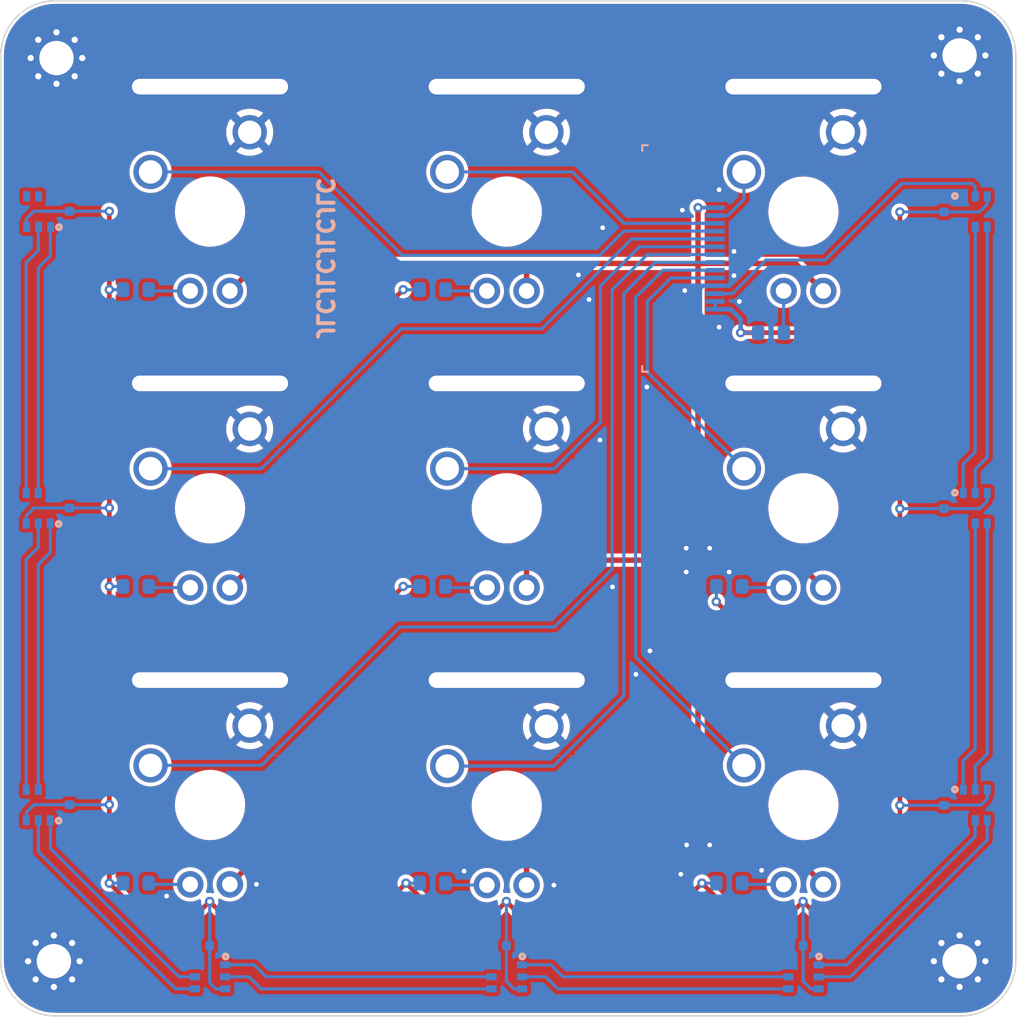
<source format=kicad_pcb>
(kicad_pcb (version 20221018) (generator pcbnew)
  (layers (0 "F.Cu" signal) (31 "B.Cu" signal) (34 "B.Paste" user) (35 "F.Paste" user) (36 "B.SilkS" user "B.Silkscreen") (37 "F.SilkS" user "F.Silkscreen") (38 "B.Mask" user) (39 "F.Mask" user) (44 "Edge.Cuts" user))
  (net 0 "")
  (net 1 "GND")
  (net 2 "LED-VCC")
  (net 3 "WS-DATA")
  (net 4 "LEDs_N")
  (net 5 "Net-(SW9-A)")
  (net 6 "Net-(SW8-A)")
  (net 7 "Net-(SW7-A)")
  (net 8 "Net-(SW6-A)")
  (net 9 "Net-(SW5-A)")
  (net 10 "Net-(SW4-A)")
  (net 11 "Net-(SW3-A)")
  (net 12 "Net-(SW2-A)")
  (net 13 "SW1")
  (net 14 "SW2")
  (net 15 "SW3")
  (net 16 "SW4")
  (net 17 "SW5")
  (net 18 "SW6")
  (net 19 "SW7")
  (net 20 "SW8")
  (net 21 "SW9")
  (footprint "Franz-Lib:Plated_Slot_10x1mm" (layer "F.Cu") (at 140.62 64.67)
    (fp_text reference "J7" hide)
    (fp_text value "OLED Slot" hide)
  )
  (footprint "Franz-Lib:Plated_Slot_10x1mm" (layer "F.Cu") (at 121.62 102.67)
    (fp_text reference "J12" hide)
    (fp_text value "OLED Slot" hide)
  )
  (footprint "Franz-Lib:Plated_Slot_10x1mm" (layer "F.Cu") (at 121.62 83.67)
    (fp_text reference "J9" hide)
    (fp_text value "OLED Slot" hide)
  )
  (footprint "Franz-Lib:Plated_Slot_10x1mm" (layer "F.Cu") (at 140.62 102.67)
    (fp_text reference "J13" hide)
    (fp_text value "OLED Slot" hide)
  )
  (footprint "Franz-Lib:Plated_Slot_10x1mm" (layer "F.Cu") (at 121.62 64.67)
    (fp_text reference "J6" hide)
    (fp_text value "OLED Slot" hide)
  )
  (footprint "Franz-Lib:Plated_Slot_10x1mm" (layer "F.Cu") (at 140.62 83.67)
    (fp_text reference "J10" hide)
    (fp_text value "OLED Slot" hide)
  )
  (footprint "Franz-Lib:SW_Cherry_MX_1.00u_Plate_NoSilk" (layer "F.Cu") (at 121.62 110.67)
    (fp_text reference "SW4" hide)
    (fp_text value "MX Blue (LED)" hide)
  )
  (footprint "Franz-Lib:Plated_Slot_10x1mm" (layer "F.Cu") (at 159.62 102.67)
    (fp_text reference "J14" hide)
    (fp_text value "OLED Slot" hide)
  )
  (footprint "Franz-Lib:SW_Cherry_MX_1.00u_Plate_NoSilk" (layer "F.Cu") (at 140.62 110.715)
    (fp_text reference "SW7" hide)
    (fp_text value "MX Blue (LED)" hide)
  )
  (footprint "Franz-Lib:SW_Cherry_MX_1.00u_Plate_NoSilk" (layer "F.Cu") (at 121.62 91.67)
    (fp_text reference "SW3" hide)
    (fp_text value "MX Blue (LED)" hide)
  )
  (footprint "Franz-Lib:Plated_Slot_10x1mm" (layer "F.Cu") (at 159.62 83.67)
    (fp_text reference "J11" hide)
    (fp_text value "OLED Slot" hide)
  )
  (footprint "Franz-Lib:SW_Cherry_MX_1.00u_Plate_NoSilk" (layer "F.Cu") (at 159.62 91.67)
    (fp_text reference "SW9" hide)
    (fp_text value "MX Blue (LED)" hide)
  )
  (footprint "Franz-Lib:SW_Cherry_MX_1.00u_Plate_NoSilk" (layer "F.Cu") (at 121.62 72.67)
    (fp_text reference "SW2" hide)
    (fp_text value "MX Blue (LED)" hide)
  )
  (footprint "Franz-Lib:SW_Cherry_MX_1.00u_Plate_NoSilk" (layer "F.Cu") (at 159.62 110.67)
    (fp_text reference "SW10" hide)
    (fp_text value "MX Blue (LED)" hide)
  )
  (footprint "Franz-Lib:SW_Cherry_MX_1.00u_Plate_NoSilk" (layer "F.Cu") (at 140.62 91.67)
    (fp_text reference "SW6" hide)
    (fp_text value "MX Blue (LED)" hide)
  )
  (footprint "Franz-Lib:Plated_Slot_10x1mm" (layer "F.Cu") (at 159.62 64.67)
    (fp_text reference "J8" hide)
    (fp_text value "OLED Slot" hide)
  )
  (footprint "Franz-Lib:SW_Cherry_MX_1.00u_Plate_NoSilk" (layer "F.Cu") (at 159.62 72.67)
    (fp_text reference "SW8" hide)
    (fp_text value "MX Blue (LED)" hide)
  )
  (footprint "Franz-Lib:SW_Cherry_MX_1.00u_Plate_NoSilk" (layer "F.Cu") (at 140.62 72.67)
    (fp_text reference "SW5" hide)
    (fp_text value "MX Blue (LED)" hide)
  )
  (footprint "Franz-Lib:R_0603_1608Metric_NoSilk" (layer "B.Cu") (at 116.87 115.67)
    (fp_text reference "R36" hide)
    (fp_text value "R_Small" hide)
  )
  (footprint "Franz-Lib:C_0402_1005Metric_NoSilk" (layer "B.Cu") (at 168.62 111.17 -90)
    (fp_text reference "C43" hide)
    (fp_text value "100n" hide)
  )
  (footprint "Franz-Lib:R_0603_1608Metric_NoSilk" (layer "B.Cu") (at 135.87 115.67)
    (fp_text reference "R39" hide)
    (fp_text value "R_Small" hide)
  )
  (footprint "Franz-Lib:C_0402_1005Metric_NoSilk" (layer "B.Cu") (at 112.62 72.17 90)
    (fp_text reference "C37" hide)
    (fp_text value "100n" hide)
  )
  (footprint "Franz-Lib:C_0402_1005Metric_NoSilk" (layer "B.Cu") (at 112.62 110.17 90)
    (fp_text reference "C39" hide)
    (fp_text value "100n" hide)
  )
  (footprint "Franz-Lib:MountingHole_2.2mm_M2_Pad_Via_NoSilk" (layer "B.Cu") (at 169.62 62.67 180)
    (fp_text reference "H6" hide)
    (fp_text value "M2" hide)
  )
  (footprint "Franz-Lib:C_0402_1005Metric_NoSilk" (layer "B.Cu") (at 121.12 119.67 180)
    (fp_text reference "C40" hide)
    (fp_text value "100n" hide)
  )
  (footprint "Franz-Lib:MountingHole_2.2mm_M2_Pad_Via_NoSilk" (layer "B.Cu") (at 111.62 120.67 180)
    (fp_text reference "H8" hide)
    (fp_text value "M2" hide)
  )
  (footprint "Franz-Lib:R_0603_1608Metric_NoSilk" (layer "B.Cu") (at 116.87 96.67)
    (fp_text reference "R35" hide)
    (fp_text value "R_Small" hide)
  )
  (footprint "Franz-Lib:WS2816" (layer "B.Cu") (at 140.62 121.67 180)
    (fp_text reference "U13" hide)
    (fp_text value "~" hide)
  )
  (footprint "Franz-Lib:WS2816" (layer "B.Cu") (at 121.62 121.67 180)
    (fp_text reference "U14" hide)
    (fp_text value "~" hide)
  )
  (footprint "Franz-Lib:WS2816" (layer "B.Cu") (at 159.62 121.67 180)
    (fp_text reference "U12" hide)
    (fp_text value "~" hide)
  )
  (footprint "Franz-Lib:R_0603_1608Metric_NoSilk" (layer "B.Cu") (at 116.87 77.67)
    (fp_text reference "R33" hide)
    (fp_text value "R_Small" hide)
  )
  (footprint "Franz-Lib:C_0402_1005Metric_NoSilk" (layer "B.Cu") (at 140.12 119.67 180)
    (fp_text reference "C41" hide)
    (fp_text value "100n" hide)
  )
  (footprint "Franz-Lib:C_0402_1005Metric_NoSilk" (layer "B.Cu") (at 168.62 92.17 -90)
    (fp_text reference "C44" hide)
    (fp_text value "100n" hide)
  )
  (footprint "Franz-Lib:R_0603_1608Metric_NoSilk" (layer "B.Cu") (at 135.87 96.67)
    (fp_text reference "R38" hide)
    (fp_text value "R_Small" hide)
  )
  (footprint "Franz-Lib:MountingHole_2.2mm_M2_Pad_Via_NoSilk" (layer "B.Cu") (at 169.62 120.67 180)
    (fp_text reference "H7" hide)
    (fp_text value "M2" hide)
  )
  (footprint "Franz-Lib:C_0402_1005Metric_NoSilk" (layer "B.Cu") (at 168.62 73.17 -90)
    (fp_text reference "C45" hide)
    (fp_text value "100n" hide)
  )
  (footprint "Franz-Lib:WS2816" (layer "B.Cu") (at 110.62 91.67 90)
    (fp_text reference "U16" hide)
    (fp_text value "~" hide)
  )
  (footprint "Franz-Lib:WS2816" (layer "B.Cu") (at 110.645 72.67 90)
    (fp_text reference "U17" hide)
    (fp_text value "~" hide)
  )
  (footprint "Franz-Lib:WS2816" (layer "B.Cu") (at 170.62 91.67 -90)
    (fp_text reference "U10" hide)
    (fp_text value "~" hide)
  )
  (footprint "Franz-Lib:C_0402_1005Metric_NoSilk" (layer "B.Cu") (at 159.12 119.67 180)
    (fp_text reference "C42" hide)
    (fp_text value "100n" hide)
  )
  (footprint "Franz-Lib:WS2816" (layer "B.Cu") (at 170.62 72.67 -90)
    (fp_text reference "U9" hide)
    (fp_text value "~" hide)
  )
  (footprint "Franz-Lib:68711614022" (layer "B.Cu") (at 152.12 75.67 90)
    (fp_text reference "J5" hide)
    (fp_text value "Conn_01x16_MountingPin" hide)
  )
  (footprint "Franz-Lib:R_0603_1608Metric_NoSilk" (layer "B.Cu") (at 135.87 77.67)
    (fp_text reference "R37" hide)
    (fp_text value "R_Small" hide)
  )
  (footprint "Franz-Lib:R_0603_1608Metric_NoSilk" (layer "B.Cu") (at 154.87 96.67)
    (fp_text reference "R41" hide)
    (fp_text value "R_Small" hide)
  )
  (footprint "Franz-Lib:R_0603_1608Metric_NoSilk" (layer "B.Cu") (at 157.545 80.42)
    (fp_text reference "R40" hide)
    (fp_text value "R_Small" hide)
  )
  (footprint "Franz-Lib:WS2816" (layer "B.Cu") (at 170.62 110.67 -90)
    (fp_text reference "U11" hide)
    (fp_text value "~" hide)
  )
  (footprint "Franz-Lib:WS2816" (layer "B.Cu") (at 110.62 110.67 90)
    (fp_text reference "U15" hide)
    (fp_text value "~" hide)
  )
  (footprint "Franz-Lib:MountingHole_2.2mm_M2_Pad_Via_NoSilk" (layer "B.Cu") (at 111.786726 62.836726 180)
    (fp_text reference "H5" hide)
    (fp_text value "M2" hide)
  )
  (footprint "Franz-Lib:R_0603_1608Metric_NoSilk" (layer "B.Cu") (at 154.87 115.67)
    (fp_text reference "R42" hide)
    (fp_text value "R_Small" hide)
  )
  (footprint "Franz-Lib:C_0402_1005Metric_NoSilk" (layer "B.Cu") (at 112.62 91.17 90)
    (fp_text reference "C38" hide)
    (fp_text value "100n" hide)
  )
  (gr_arc (start 111.72 124.17) (mid 109.245126 123.144874) (end 108.22 120.67) (stroke (width 0.1)) (layer "Edge.Cuts"))
  (gr_arc (start 173.22 120.67) (mid 172.194874 123.144874) (end 169.72 124.17) (stroke (width 0.1)) (layer "Edge.Cuts"))
  (gr_arc (start 169.72 59.17) (mid 172.194874 60.195126) (end 173.22 62.67) (stroke (width 0.1)) (layer "Edge.Cuts"))
  (gr_line (start 111.72 59.17) (end 169.72 59.17) (stroke (width 0.1)) (layer "Edge.Cuts"))
  (gr_line (start 173.22 120.67) (end 173.22 62.67) (stroke (width 0.1)) (layer "Edge.Cuts"))
  (gr_line (start 169.72 124.17) (end 111.72 124.17) (stroke (width 0.1)) (layer "Edge.Cuts"))
  (gr_arc (start 108.22 62.67) (mid 109.245126 60.195126) (end 111.72 59.17) (stroke (width 0.1)) (layer "Edge.Cuts"))
  (gr_line (start 108.22 120.67) (end 108.22 62.67) (stroke (width 0.1)) (layer "Edge.Cuts"))
  (gr_text "JLCJLCJLCJLC" (at 128.4 75.67 270) (layer "B.SilkS") (effects (font (size 1 1) (thickness 0.25) bold) (justify bottom mirror)))
  (segment (start 109.85 75.94) (end 110.62 75.17) (width 0.2) (layer "B.Cu") (net 0))
  (segment (start 111.39 94.5) (end 110.62 95.27) (width 0.2) (layer "B.Cu") (net 0))
  (segment (start 119.4 122.435) (end 110.63 113.665) (width 0.2) (layer "B.Cu") (net 0))
  (segment (start 158.35 115.75) (end 155.775 115.75) (width 0.2) (layer "B.Cu") (net 0))
  (segment (start 141.595 120.9) (end 143.45 120.9) (width 0.2) (layer "B.Cu") (net 0))
  (segment (start 120.655 121.665) (end 119.63 121.665) (width 0.2) (layer "B.Cu") (net 0))
  (segment (start 124.45 120.9) (end 125.22 121.67) (width 0.2) (layer "B.Cu") (net 0))
  (segment (start 110.63 113.665) (end 110.63 111.64) (width 0.2) (layer "B.Cu") (net 0))
  (segment (start 170.62 108.17) (end 170.62 109.695) (width 0.2) (layer "B.Cu") (net 0))
  (segment (start 171.39 92.645) (end 171.39 107.4) (width 0.2) (layer "B.Cu") (net 0))
  (segment (start 170.62 107.07) (end 170.62 92.645) (width 0.2) (layer "B.Cu") (net 0))
  (segment (start 109.85 90.695) (end 109.85 75.94) (width 0.2) (layer "B.Cu") (net 0))
  (segment (start 169.85 88.84) (end 170.62 88.07) (width 0.2) (layer "B.Cu") (net 0))
  (segment (start 109.85 94.94) (end 110.62 94.17) (width 0.2) (layer "B.Cu") (net 0))
  (segment (start 139.645 122.44) (end 124.89 122.44) (width 0.2) (layer "B.Cu") (net 0))
  (segment (start 155.775 115.75) (end 155.695 115.67) (width 0.2) (layer "B.Cu") (net 0))
  (segment (start 162.62 121.67) (end 160.595 121.67) (width 0.2) (layer "B.Cu") (net 0))
  (segment (start 143.12 121.67) (end 141.595 121.67) (width 0.2) (layer "B.Cu") (net 0))
  (segment (start 124.89 122.44) (end 124.12 121.67) (width 0.2) (layer "B.Cu") (net 0))
  (segment (start 110.62 75.17) (end 110.62 73.645) (width 0.2) (layer "B.Cu") (net 0))
  (segment (start 170.62 111.645) (end 170.62 112.67) (width 0.2) (layer "B.Cu") (net 0))
  (segment (start 143.45 120.9) (end 144.22 121.67) (width 0.2) (layer "B.Cu") (net 0))
  (segment (start 158.645 122.44) (end 143.89 122.44) (width 0.2) (layer "B.Cu") (net 0))
  (segment (start 122.595 120.9) (end 124.45 120.9) (width 0.2) (layer "B.Cu") (net 0))
  (segment (start 171.39 73.645) (end 171.39 88.4) (width 0.2) (layer "B.Cu") (net 0))
  (segment (start 110.62 94.17) (end 110.62 92.645) (width 0.2) (layer "B.Cu") (net 0))
  (segment (start 171.39 112.9) (end 162.62 121.67) (width 0.2) (layer "B.Cu") (net 0))
  (segment (start 170.62 88.07) (end 170.62 73.645) (width 0.2) (layer "B.Cu") (net 0))
  (segment (start 169.85 109.695) (end 169.85 107.84) (width 0.2) (layer "B.Cu") (net 0))
  (segment (start 144.22 121.67) (end 158.645 121.67) (width 0.2) (layer "B.Cu") (net 0))
  (segment (start 171.39 107.4) (end 170.62 108.17) (width 0.2) (layer "B.Cu") (net 0))
  (segment (start 111.39 73.645) (end 111.39 75.5) (width 0.2) (layer "B.Cu") (net 0))
  (segment (start 124.12 121.67) (end 122.595 121.67) (width 0.2) (layer "B.Cu") (net 0))
  (segment (start 125.22 121.67) (end 139.645 121.67) (width 0.2) (layer "B.Cu") (net 0))
  (segment (start 111.39 92.645) (end 111.39 94.5) (width 0.2) (layer "B.Cu") (net 0))
  (segment (start 111.4 113.435) (end 111.4 111.64) (width 0.2) (layer "B.Cu") (net 0))
  (segment (start 120.655 122.435) (end 119.4 122.435) (width 0.2) (layer "B.Cu") (net 0))
  (segment (start 109.85 109.695) (end 109.85 94.94) (width 0.2) (layer "B.Cu") (net 0))
  (segment (start 110.62 76.27) (end 110.62 90.695) (width 0.2) (layer "B.Cu") (net 0))
  (segment (start 171.39 111.645) (end 171.39 112.9) (width 0.2) (layer "B.Cu") (net 0))
  (segment (start 169.85 90.695) (end 169.85 88.84) (width 0.2) (layer "B.Cu") (net 0))
  (segment (start 169.85 107.84) (end 170.62 107.07) (width 0.2) (layer "B.Cu") (net 0))
  (segment (start 111.39 75.5) (end 110.62 76.27) (width 0.2) (layer "B.Cu") (net 0))
  (segment (start 143.89 122.44) (end 143.12 121.67) (width 0.2) (layer "B.Cu") (net 0))
  (segment (start 119.63 121.665) (end 111.4 113.435) (width 0.2) (layer "B.Cu") (net 0))
  (segment (start 171.39 88.4) (end 170.62 89.17) (width 0.2) (layer "B.Cu") (net 0))
  (segment (start 110.62 95.27) (end 110.62 109.695) (width 0.2) (layer "B.Cu") (net 0))
  (segment (start 170.62 112.67) (end 162.39 120.9) (width 0.2) (layer "B.Cu") (net 0))
  (segment (start 170.62 89.17) (end 170.62 90.695) (width 0.2) (layer "B.Cu") (net 0))
  (segment (start 162.39 120.9) (end 160.595 120.9) (width 0.2) (layer "B.Cu") (net 0))
  (via (at 154.22 80.07) (size 0.6) (drill 0.3) (layers "F.Cu" "B.Cu") (net 1))
  (via (at 156.94 114.85) (size 0.6) (drill 0.3) (layers "F.Cu" "B.Cu") (net 1))
  (via (at 146.59 87.3) (size 0.6) (drill 0.3) (layers "F.Cu" "B.Cu") (net 1))
  (via (at 151.865 72.575) (size 0.6) (drill 0.3) (layers "F.Cu" "B.Cu") (net 1))
  (via (at 145.215 76.725) (size 0.6) (drill 0.3) (layers "F.Cu" "B.Cu") (net 1))
  (via (at 152.02 77.725) (size 0.6) (drill 0.3) (layers "F.Cu" "B.Cu") (net 1))
  (via (at 137.89 114.9) (size 0.6) (drill 0.3) (layers "F.Cu" "B.Cu") (net 1))
  (via (at 153.615 94.225) (size 0.6) (drill 0.3) (layers "F.Cu" "B.Cu") (net 1))
  (via (at 152.115 95.75) (size 0.6) (drill 0.3) (layers "F.Cu" "B.Cu") (net 1))
  (via (at 154.865 95.75) (size 0.6) (drill 0.3) (layers "F.Cu" "B.Cu") (net 1))
  (via (at 118.84 116.5) (size 0.6) (drill 0.3) (layers "F.Cu" "B.Cu") (net 1))
  (via (at 155.17 75.22) (size 0.6) (drill 0.3) (layers "F.Cu" "B.Cu") (net 1))
  (via (at 124.59 115.75) (size 0.6) (drill 0.3) (layers "F.Cu" "B.Cu") (net 1))
  (via (at 152.115 94.225) (size 0.6) (drill 0.3) (layers "F.Cu" "B.Cu") (net 1))
  (via (at 147.39 96.7) (size 0.6) (drill 0.3) (layers "F.Cu" "B.Cu") (net 1))
  (via (at 146.765 73.7) (size 0.6) (drill 0.3) (layers "F.Cu" "B.Cu") (net 1))
  (via (at 154.22 71.27) (size 0.6) (drill 0.3) (layers "F.Cu" "B.Cu") (net 1))
  (via (at 149.79 100.8) (size 0.6) (drill 0.3) (layers "F.Cu" "B.Cu") (net 1))
  (via (at 149.59 83.9) (size 0.6) (drill 0.3) (layers "F.Cu" "B.Cu") (net 1))
  (via (at 148.89 102.3) (size 0.6) (drill 0.3) (layers "F.Cu" "B.Cu") (net 1))
  (via (at 152.14 113.225) (size 0.6) (drill 0.3) (layers "F.Cu" "B.Cu") (net 1))
  (via (at 143.64 115.8) (size 0.6) (drill 0.3) (layers "F.Cu" "B.Cu") (net 1))
  (via (at 153.615 113.225) (size 0.6) (drill 0.3) (layers "F.Cu" "B.Cu") (net 1))
  (via (at 155.17 76.77) (size 0.6) (drill 0.3) (layers "F.Cu" "B.Cu") (net 1))
  (via (at 151.765 115.1) (size 0.6) (drill 0.3) (layers "F.Cu" "B.Cu") (net 1))
  (via (at 155.515 78.425) (size 0.6) (drill 0.3) (layers "F.Cu" "B.Cu") (net 1))
  (via (at 145.89 78.3) (size 0.6) (drill 0.3) (layers "F.Cu" "B.Cu") (net 1))
  (segment (start 115.165 77.665) (end 115.17 77.67) (width 0.2) (layer "F.Cu") (net 2))
  (segment (start 160.35 117.6) (end 162.14 117.6) (width 0.3) (layer "F.Cu") (net 2))
  (segment (start 158.84 117.6) (end 159.595 116.845) (width 0.3) (layer "F.Cu") (net 2))
  (segment (start 159.595 116.845) (end 160.35 117.6) (width 0.3) (layer "F.Cu") (net 2))
  (segment (start 153.12 115.67) (end 155.05 117.6) (width 0.3) (layer "F.Cu") (net 2))
  (segment (start 155.115 98.725) (end 165.795 98.725) (width 0.3) (layer "F.Cu") (net 2))
  (segment (start 165.795 113.945) (end 165.795 110.695) (width 0.3) (layer "F.Cu") (net 2))
  (segment (start 133.99 96.67) (end 132.135 98.525) (width 0.3) (layer "F.Cu") (net 2))
  (segment (start 115.17 115.67) (end 117.1 117.6) (width 0.3) (layer "F.Cu") (net 2))
  (segment (start 134.17 115.67) (end 136.1 117.6) (width 0.3) (layer "F.Cu") (net 2))
  (segment (start 155.05 117.6) (end 158.84 117.6) (width 0.3) (layer "F.Cu") (net 2))
  (segment (start 162.14 117.6) (end 165.795 113.945) (width 0.3) (layer "F.Cu") (net 2))
  (segment (start 115.17 79.575) (end 115.17 98.525) (width 0.3) (layer "F.Cu") (net 2))
  (segment (start 121.595 116.845) (end 122.35 117.6) (width 0.3) (layer "F.Cu") (net 2))
  (segment (start 133.99 77.67) (end 132.085 79.575) (width 0.3) (layer "F.Cu") (net 2))
  (segment (start 155.6 80.42) (end 165.775 80.42) (width 0.3) (layer "F.Cu") (net 2))
  (segment (start 132.24 117.6) (end 134.17 115.67) (width 0.3) (layer "F.Cu") (net 2))
  (segment (start 115.17 72.65) (end 115.17 79.575) (width 0.3) (layer "F.Cu") (net 2))
  (segment (start 151.19 117.6) (end 153.12 115.67) (width 0.3) (layer "F.Cu") (net 2))
  (segment (start 117.1 117.6) (end 120.84 117.6) (width 0.3) (layer "F.Cu") (net 2))
  (segment (start 141.35 117.6) (end 151.19 117.6) (width 0.3) (layer "F.Cu") (net 2))
  (segment (start 165.775 80.42) (end 165.795 80.4) (width 0.3) (layer "F.Cu") (net 2))
  (segment (start 122.35 117.6) (end 132.24 117.6) (width 0.3) (layer "F.Cu") (net 2))
  (segment (start 136.1 117.6) (end 139.84 117.6) (width 0.3) (layer "F.Cu") (net 2))
  (segment (start 132.135 98.525) (end 115.17 98.525) (width 0.3) (layer "F.Cu") (net 2))
  (segment (start 165.795 80.4) (end 165.795 72.695) (width 0.3) (layer "F.Cu") (net 2))
  (segment (start 120.84 117.6) (end 121.595 116.845) (width 0.3) (layer "F.Cu") (net 2))
  (segment (start 132.085 79.575) (end 115.17 79.575) (width 0.3) (layer "F.Cu") (net 2))
  (segment (start 154.04 97.65) (end 155.115 98.725) (width 0.3) (layer "F.Cu") (net 2))
  (segment (start 115.17 98.525) (end 115.17 115.67) (width 0.3) (layer "F.Cu") (net 2))
  (segment (start 165.795 98.725) (end 165.795 80.4) (width 0.3) (layer "F.Cu") (net 2))
  (segment (start 139.84 117.6) (end 140.595 116.845) (width 0.3) (layer "F.Cu") (net 2))
  (segment (start 165.795 110.695) (end 165.795 98.725) (width 0.3) (layer "F.Cu") (net 2))
  (segment (start 140.595 116.845) (end 141.35 117.6) (width 0.3) (layer "F.Cu") (net 2))
  (via (at 115.17 110.645) (size 0.6) (drill 0.3) (layers "F.Cu" "B.Cu") (net 2))
  (via (at 115.17 115.67) (size 0.6) (drill 0.3) (layers "F.Cu" "B.Cu") (net 2))
  (via (at 165.795 110.695) (size 0.6) (drill 0.3) (layers "F.Cu" "B.Cu") (net 2))
  (via (at 165.795 91.695) (size 0.6) (drill 0.3) (layers "F.Cu" "B.Cu") (net 2))
  (via (at 159.595 116.845) (size 0.6) (drill 0.3) (layers "F.Cu" "B.Cu") (net 2))
  (via (at 153.12 115.67) (size 0.6) (drill 0.3) (layers "F.Cu" "B.Cu") (net 2))
  (via (at 154.04 97.65) (size 0.6) (drill 0.3) (layers "F.Cu" "B.Cu") (net 2))
  (via (at 121.595 116.845) (size 0.6) (drill 0.3) (layers "F.Cu" "B.Cu") (net 2))
  (via (at 133.99 96.67) (size 0.6) (drill 0.3) (layers "F.Cu" "B.Cu") (net 2))
  (via (at 140.595 116.845) (size 0.6) (drill 0.3) (layers "F.Cu" "B.Cu") (net 2))
  (via (at 115.17 91.645) (size 0.6) (drill 0.3) (layers "F.Cu" "B.Cu") (net 2))
  (via (at 134.17 115.67) (size 0.6) (drill 0.3) (layers "F.Cu" "B.Cu") (net 2))
  (via (at 133.99 77.67) (size 0.6) (drill 0.3) (layers "F.Cu" "B.Cu") (net 2))
  (via (at 115.17 77.67) (size 0.6) (drill 0.3) (layers "F.Cu" "B.Cu") (net 2))
  (via (at 165.795 72.695) (size 0.6) (drill 0.3) (layers "F.Cu" "B.Cu") (net 2))
  (via (at 155.6 80.42) (size 0.6) (drill 0.3) (layers "F.Cu" "B.Cu") (net 2))
  (via (at 115.17 96.67) (size 0.6) (drill 0.3) (layers "F.Cu" "B.Cu") (net 2))
  (via (at 115.17 72.65) (size 0.6) (drill 0.3) (layers "F.Cu" "B.Cu") (net 2))
  (segment (start 159.6 119.67) (end 159.6 116.85) (width 0.2) (layer "B.Cu") (net 2))
  (segment (start 168.62 72.69) (end 165.8 72.69) (width 0.2) (layer "B.Cu") (net 2))
  (segment (start 121.6 119.67) (end 121.6 116.85) (width 0.2) (layer "B.Cu") (net 2))
  (segment (start 153.98 78.92) (end 153.98 78.42) (width 0.2) (layer "B.Cu") (net 2))
  (segment (start 168.62 110.67) (end 171 110.67) (width 0.2) (layer "B.Cu") (net 2))
  (segment (start 171.39 71.695) (end 171.39 72.2) (width 0.2) (layer "B.Cu") (net 2))
  (segment (start 168.62 91.69) (end 165.8 91.69) (width 0.2) (layer "B.Cu") (net 2))
  (segment (start 112.62 110.65) (end 112.625 110.645) (width 0.2) (layer "B.Cu") (net 2))
  (segment (start 141.595 122.44) (end 141.09 122.44) (width 0.2) (layer "B.Cu") (net 2))
  (segment (start 135.045 96.67) (end 133.99 96.67) (width 0.2) (layer "B.Cu") (net 2))
  (segment (start 154.045 115.67) (end 153.12 115.67) (width 0.2) (layer "B.Cu") (net 2))
  (segment (start 115.165 72.65) (end 112.62 72.65) (width 0.2) (layer "B.Cu") (net 2))
  (segment (start 170.9 91.69) (end 168.62 91.69) (width 0.2) (layer "B.Cu") (net 2))
  (segment (start 109.85 73.645) (end 109.85 73.14) (width 0.2) (layer "B.Cu") (net 2))
  (segment (start 155.6 80.42) (end 155.6 79.56) (width 0.3) (layer "B.Cu") (net 2))
  (segment (start 154.045 97.645) (end 154.045 96.67) (width 0.2) (layer "B.Cu") (net 2))
  (segment (start 121.99 122.44) (end 122.595 122.44) (width 0.2) (layer "B.Cu") (net 2))
  (segment (start 171.39 110.28) (end 171.39 109.675) (width 0.2) (layer "B.Cu") (net 2))
  (segment (start 135.045 115.67) (end 134.17 115.67) (width 0.2) (layer "B.Cu") (net 2))
  (segment (start 121.6 119.67) (end 121.6 122.05) (width 0.2) (layer "B.Cu") (net 2))
  (segment (start 109.85 111.645) (end 109.85 111.14) (width 0.2) (layer "B.Cu") (net 2))
  (segment (start 135.045 77.67) (end 133.99 77.67) (width 0.2) (layer "B.Cu") (net 2))
  (segment (start 140.6 119.67) (end 140.6 116.85) (width 0.2) (layer "B.Cu") (net 2))
  (segment (start 171.39 72.2) (end 170.9 72.69) (width 0.2) (layer "B.Cu") (net 2))
  (segment (start 109.85 92.645) (end 109.85 92.14) (width 0.2) (layer "B.Cu") (net 2))
  (segment (start 116.045 77.67) (end 115.17 77.67) (width 0.2) (layer "B.Cu") (net 2))
  (segment (start 155.6 79.56) (end 154.96 78.92) (width 0.3) (layer "B.Cu") (net 2))
  (segment (start 171.39 90.695) (end 171.39 91.2) (width 0.2) (layer "B.Cu") (net 2))
  (segment (start 154.96 78.92) (end 153.98 78.92) (width 0.3) (layer "B.Cu") (net 2))
  (segment (start 115.165 110.65) (end 115.17 110.645) (width 0.2) (layer "B.Cu") (net 2))
  (segment (start 171 110.67) (end 171.39 110.28) (width 0.2) (layer "B.Cu") (net 2))
  (segment (start 112.62 91.65) (end 115.165 91.65) (width 0.2) (layer "B.Cu") (net 2))
  (segment (start 121.6 122.05) (end 121.99 122.44) (width 0.2) (layer "B.Cu") (net 2))
  (segment (start 154.04 97.65) (end 154.045 97.645) (width 0.2) (layer "B.Cu") (net 2))
  (segment (start 168.62 110.69) (end 165.8 110.69) (width 0.2) (layer "B.Cu") (net 2))
  (segment (start 109.85 111.14) (end 110.34 110.65) (width 0.2) (layer "B.Cu") (net 2))
  (segment (start 160.09 122.44) (end 159.6 121.95) (width 0.2) (layer "B.Cu") (net 2))
  (segment (start 170.9 72.69) (end 168.62 72.69) (width 0.2) (layer "B.Cu") (net 2))
  (segment (start 112.62 110.65) (end 115.165 110.65) (width 0.2) (layer "B.Cu") (net 2))
  (segment (start 115.165 91.65) (end 115.17 91.645) (width 0.2) (layer "B.Cu") (net 2))
  (segment (start 171.39 91.2) (end 170.9 91.69) (width 0.2) (layer "B.Cu") (net 2))
  (segment (start 156.72 80.42) (end 155.6 80.42) (width 0.2) (layer "B.Cu") (net 2))
  (segment (start 116.045 115.67) (end 115.22 115.67) (width 0.2) (layer "B.Cu") (net 2))
  (segment (start 110.34 91.65) (end 112.62 91.65) (width 0.2) (layer "B.Cu") (net 2))
  (segment (start 140.6 121.95) (end 140.6 119.67) (width 0.2) (layer "B.Cu") (net 2))
  (segment (start 109.85 92.14) (end 110.34 91.65) (width 0.2) (layer "B.Cu") (net 2))
  (segment (start 159.6 121.95) (end 159.6 119.67) (width 0.2) (layer "B.Cu") (net 2))
  (segment (start 141.09 122.44) (end 140.6 121.95) (width 0.2) (layer "B.Cu") (net 2))
  (segment (start 116.045 96.67) (end 115.22 96.67) (width 0.2) (layer "B.Cu") (net 2))
  (segment (start 110.34 72.65) (end 112.62 72.65) (width 0.2) (layer "B.Cu") (net 2))
  (segment (start 110.34 110.65) (end 112.62 110.65) (width 0.2) (layer "B.Cu") (net 2))
  (segment (start 160.595 122.44) (end 160.09 122.44) (width 0.2) (layer "B.Cu") (net 2))
  (segment (start 109.85 73.14) (end 110.34 72.65) (width 0.2) (layer "B.Cu") (net 2))
  (segment (start 161.02 75.77) (end 157.22 75.77) (width 0.2) (layer "B.Cu") (net 3))
  (segment (start 165.92 70.87) (end 161.02 75.77) (width 0.2) (layer "B.Cu") (net 3))
  (segment (start 157.22 75.77) (end 155.07 77.92) (width 0.2) (layer "B.Cu") (net 3))
  (segment (start 155.07 77.92) (end 153.98 77.92) (width 0.2) (layer "B.Cu") (net 3))
  (segment (start 170.42 70.87) (end 165.92 70.87) (width 0.2) (layer "B.Cu") (net 3))
  (segment (start 170.62 71.07) (end 170.42 70.87) (width 0.2) (layer "B.Cu") (net 3))
  (segment (start 170.62 71.695) (end 170.62 71.07) (width 0.2) (layer "B.Cu") (net 3))
  (segment (start 141.89 77.815) (end 141.89 76.02) (width 0.35) (layer "F.Cu") (net 4))
  (segment (start 152.87 75.99) (end 152.42 75.99) (width 0.35) (layer "F.Cu") (net 4))
  (segment (start 122.89 115.75) (end 124.67 113.97) (width 0.35) (layer "F.Cu") (net 4))
  (segment (start 124.67 113.97) (end 141.92 113.97) (width 0.35) (layer "F.Cu") (net 4))
  (segment (start 124.67 75.99) (end 141.92 75.99) (width 0.35) (layer "F.Cu") (net 4))
  (segment (start 152.87 72.42) (end 152.87 75.94) (width 0.35) (layer "F.Cu") (net 4))
  (segment (start 122.89 96.77) (end 124.67 94.99) (width 0.35) (layer "F.Cu") (net 4))
  (segment (start 152.87 75.94) (end 152.82 75.99) (width 0.35) (layer "F.Cu") (net 4))
  (segment (start 152.82 75.99) (end 159.11 75.99) (width 0.35) (layer "F.Cu") (net 4))
  (segment (start 152.87 113.12) (end 152.87 113.97) (width 0.35) (layer "F.Cu") (net 4))
  (segment (start 141.92 94.99) (end 159.11 94.99) (width 0.35) (layer "F.Cu") (net 4))
  (segment (start 122.89 77.77) (end 124.67 75.99) (width 0.35) (layer "F.Cu") (net 4))
  (segment (start 152.87 113.12) (end 152.87 75.99) (width 0.35) (layer "F.Cu") (net 4))
  (segment (start 141.89 115.795) (end 141.89 114) (width 0.35) (layer "F.Cu") (net 4))
  (segment (start 152.42 75.99) (end 152.82 75.99) (width 0.35) (layer "F.Cu") (net 4))
  (segment (start 141.92 113.97) (end 152.42 113.97) (width 0.35) (layer "F.Cu") (net 4))
  (segment (start 152.87 113.52) (end 152.87 113.12) (width 0.35) (layer "F.Cu") (net 4))
  (segment (start 141.89 114) (end 141.92 113.97) (width 0.35) (layer "F.Cu") (net 4))
  (segment (start 152.87 113.97) (end 159.11 113.97) (width 0.35) (layer "F.Cu") (net 4))
  (segment (start 141.92 75.99) (end 152.42 75.99) (width 0.35) (layer "F.Cu") (net 4))
  (segment (start 141.89 96.815) (end 141.89 95.02) (width 0.35) (layer "F.Cu") (net 4))
  (segment (start 159.11 94.99) (end 160.89 96.77) (width 0.35) (layer "F.Cu") (net 4))
  (segment (start 159.11 113.97) (end 160.89 115.75) (width 0.35) (layer "F.Cu") (net 4))
  (segment (start 152.42 113.97) (end 152.87 113.97) (width 0.35) (layer "F.Cu") (net 4))
  (segment (start 124.67 94.99) (end 141.92 94.99) (width 0.35) (layer "F.Cu") (net 4))
  (segment (start 159.11 75.99) (end 160.89 77.77) (width 0.35) (layer "F.Cu") (net 4))
  (via (at 152.87 72.42) (size 0.6) (drill 0.3) (layers "F.Cu" "B.Cu") (net 4))
  (segment (start 153.98 72.42) (end 152.87 72.42) (width 0.25) (layer "B.Cu") (net 4))
  (segment (start 155.775 96.75) (end 158.35 96.75) (width 0.2) (layer "B.Cu") (net 5))
  (segment (start 155.695 96.67) (end 155.775 96.75) (width 0.2) (layer "B.Cu") (net 5))
  (segment (start 158.37 80.42) (end 158.35 80.4) (width 0.2) (layer "B.Cu") (net 6))
  (segment (start 158.35 80.4) (end 158.35 77.75) (width 0.2) (layer "B.Cu") (net 6))
  (segment (start 136.82 115.795) (end 136.695 115.67) (width 0.2) (layer "B.Cu") (net 7))
  (segment (start 139.35 115.795) (end 136.82 115.795) (width 0.2) (layer "B.Cu") (net 7))
  (segment (start 136.775 96.75) (end 136.695 96.67) (width 0.2) (layer "B.Cu") (net 8))
  (segment (start 139.35 96.75) (end 136.775 96.75) (width 0.2) (layer "B.Cu") (net 8))
  (segment (start 136.775 77.75) (end 139.35 77.75) (width 0.2) (layer "B.Cu") (net 9))
  (segment (start 136.695 77.67) (end 136.775 77.75) (width 0.2) (layer "B.Cu") (net 9))
  (segment (start 120.35 115.75) (end 117.775 115.75) (width 0.2) (layer "B.Cu") (net 10))
  (segment (start 117.775 115.75) (end 117.695 115.67) (width 0.2) (layer "B.Cu") (net 10))
  (segment (start 117.775 96.75) (end 120.35 96.75) (width 0.2) (layer "B.Cu") (net 11))
  (segment (start 117.695 96.67) (end 117.775 96.75) (width 0.2) (layer "B.Cu") (net 11))
  (segment (start 117.775 77.75) (end 120.35 77.75) (width 0.2) (layer "B.Cu") (net 12))
  (segment (start 117.695 77.67) (end 117.775 77.75) (width 0.2) (layer "B.Cu") (net 12))
  (segment (start 151.12 76.92) (end 153.98 76.92) (width 0.2) (layer "B.Cu") (net 13))
  (segment (start 155.81 89.13) (end 149.62 82.94) (width 0.2) (layer "B.Cu") (net 13))
  (segment (start 149.62 78.42) (end 151.12 76.92) (width 0.2) (layer "B.Cu") (net 13))
  (segment (start 149.62 82.94) (end 149.62 78.42) (width 0.2) (layer "B.Cu") (net 13))
  (segment (start 148.87 101.19) (end 148.87 78.17) (width 0.2) (layer "B.Cu") (net 14))
  (segment (start 150.62 76.42) (end 153.98 76.42) (width 0.2) (layer "B.Cu") (net 14))
  (segment (start 155.81 108.13) (end 148.87 101.19) (width 0.2) (layer "B.Cu") (net 14))
  (segment (start 148.87 78.17) (end 150.62 76.42) (width 0.2) (layer "B.Cu") (net 14))
  (segment (start 136.81 108.175) (end 143.615 108.175) (width 0.2) (layer "B.Cu") (net 15))
  (segment (start 143.615 108.175) (end 148.12 103.67) (width 0.2) (layer "B.Cu") (net 15))
  (segment (start 148.12 77.92) (end 150.12 75.92) (width 0.2) (layer "B.Cu") (net 15))
  (segment (start 150.12 75.92) (end 153.98 75.92) (width 0.2) (layer "B.Cu") (net 15))
  (segment (start 148.12 103.67) (end 148.12 77.92) (width 0.2) (layer "B.Cu") (net 15))
  (segment (start 124.91 108.13) (end 133.77 99.27) (width 0.2) (layer "B.Cu") (net 16))
  (segment (start 147.37 95.57) (end 147.37 77.67) (width 0.2) (layer "B.Cu") (net 16))
  (segment (start 149.62 75.42) (end 153.98 75.42) (width 0.2) (layer "B.Cu") (net 16))
  (segment (start 133.77 99.27) (end 143.67 99.27) (width 0.2) (layer "B.Cu") (net 16))
  (segment (start 117.81 108.13) (end 124.91 108.13) (width 0.2) (layer "B.Cu") (net 16))
  (segment (start 143.67 99.27) (end 147.37 95.57) (width 0.2) (layer "B.Cu") (net 16))
  (segment (start 147.37 77.67) (end 149.62 75.42) (width 0.2) (layer "B.Cu") (net 16))
  (segment (start 146.62 86.17) (end 146.62 77.42) (width 0.2) (layer "B.Cu") (net 17))
  (segment (start 143.66 89.13) (end 146.62 86.17) (width 0.2) (layer "B.Cu") (net 17))
  (segment (start 146.62 77.42) (end 149.12 74.92) (width 0.2) (layer "B.Cu") (net 17))
  (segment (start 136.81 89.13) (end 143.66 89.13) (width 0.2) (layer "B.Cu") (net 17))
  (segment (start 149.12 74.92) (end 153.98 74.92) (width 0.2) (layer "B.Cu") (net 17))
  (segment (start 133.87 80.17) (end 124.91 89.13) (width 0.2) (layer "B.Cu") (net 18))
  (segment (start 153.98 74.42) (end 148.62 74.42) (width 0.2) (layer "B.Cu") (net 18))
  (segment (start 142.87 80.17) (end 133.87 80.17) (width 0.2) (layer "B.Cu") (net 18))
  (segment (start 124.91 89.13) (end 117.81 89.13) (width 0.2) (layer "B.Cu") (net 18))
  (segment (start 148.62 74.42) (end 142.87 80.17) (width 0.2) (layer "B.Cu") (net 18))
  (segment (start 117.81 70.13) (end 128.58 70.13) (width 0.2) (layer "B.Cu") (net 19))
  (segment (start 148.12 73.92) (end 153.98 73.92) (width 0.2) (layer "B.Cu") (net 19))
  (segment (start 133.92 75.47) (end 146.57 75.47) (width 0.2) (layer "B.Cu") (net 19))
  (segment (start 128.58 70.13) (end 133.92 75.47) (width 0.2) (layer "B.Cu") (net 19))
  (segment (start 146.57 75.47) (end 148.12 73.92) (width 0.2) (layer "B.Cu") (net 19))
  (segment (start 153.98 73.42) (end 148.12 73.42) (width 0.2) (layer "B.Cu") (net 20))
  (segment (start 144.83 70.13) (end 136.81 70.13) (width 0.2) (layer "B.Cu") (net 20))
  (segment (start 148.12 73.42) (end 144.83 70.13) (width 0.2) (layer "B.Cu") (net 20))
  (segment (start 155.81 71.88) (end 155.81 70.13) (width 0.2) (layer "B.Cu") (net 21))
  (segment (start 154.77 72.92) (end 155.81 71.88) (width 0.2) (layer "B.Cu") (net 21))
  (segment (start 153.98 72.92) (end 154.77 72.92) (width 0.2) (layer "B.Cu") (net 21))
  (zone (net 1) (net_name "GND") (layers F&B.Cu) (priority 1) (connect_pads (clearance 0.2508)) (min_thickness 0.254) (fill yes (thermal_gap 0.408) (thermal_bridge_width 0.508) (island_removal_mode 2) (island_area_min 10))
    (polygon (pts (xy 122.49 88.5) (xy 122.49 85) (xy 125.99 85) (xy 125.99 88.5)))
  )
  (zone (net 1) (net_name "GND") (layers F&B.Cu) (priority 1) (connect_pads (clearance 0.2508)) (min_thickness 0.254) (fill yes (thermal_gap 0.408) (thermal_bridge_width 0.508) (island_removal_mode 2) (island_area_min 10))
    (polygon (pts (xy 160.49 69.5) (xy 160.49 66) (xy 163.99 66) (xy 163.99 69.5)))
  )
  (zone (net 1) (net_name "GND") (layers F&B.Cu) (priority 1) (connect_pads (clearance 0.2508)) (min_thickness 0.254) (fill yes (thermal_gap 0.408) (thermal_bridge_width 0.508) (island_removal_mode 2) (island_area_min 10))
    (polygon (pts (xy 141.49 69.5) (xy 141.49 66) (xy 144.99 66) (xy 144.99 69.5)))
  )
  (zone (net 1) (net_name "GND") (layers F&B.Cu) (priority 1) (connect_pads (clearance 0.2508)) (min_thickness 0.254) (fill yes (thermal_gap 0.408) (thermal_bridge_width 0.508) (island_removal_mode 2) (island_area_min 10))
    (polygon (pts (xy 122.49 107.5) (xy 122.49 104) (xy 125.99 104) (xy 125.99 107.5)))
  )
  (zone (net 1) (net_name "GND") (layers F&B.Cu) (connect_pads yes (clearance 0.25)) (min_thickness 0.2) (fill yes (thermal_gap 0.508) (thermal_bridge_width 0.508) (island_removal_mode 2) (island_area_min 10))
    (polygon (pts (xy 173.22 59.17) (xy 108.22 59.17) (xy 108.22 124.17) (xy 173.22 124.17)))
  )
  (zone (net 0) (net_name "") (layers F&B.Cu) (connect_pads (clearance 0)) (min_thickness 0.254)
    (keepout (tracks allowed) (vias allowed) (pads allowed) (copperpour not_allowed) (footprints allowed))
    (fill (thermal_gap 0.508) (thermal_bridge_width 0.508) (island_removal_mode 2) (island_area_min 10))
    (polygon (pts (xy 173.32 111.87) (xy 173.02 111.87) (xy 173.02 71.27) (xy 173.32 71.27)))
  )
  (zone (net 1) (net_name "GND") (layers F&B.Cu) (priority 1) (connect_pads (clearance 0.2508)) (min_thickness 0.254) (fill yes (thermal_gap 0.408) (thermal_bridge_width 0.508) (island_removal_mode 2) (island_area_min 10))
    (polygon (pts (xy 141.49 88.5) (xy 141.49 85) (xy 144.99 85) (xy 144.99 88.5)))
  )
  (zone (net 1) (net_name "GND") (layers F&B.Cu) (priority 1) (connect_pads (clearance 0.2508)) (min_thickness 0.254) (fill yes (thermal_gap 0.408) (thermal_bridge_width 0.508) (island_removal_mode 2) (island_area_min 10))
    (polygon (pts (xy 160.49 107.5) (xy 160.49 104) (xy 163.99 104) (xy 163.99 107.5)))
  )
  (zone (net 1) (net_name "GND") (layers F&B.Cu) (priority 1) (connect_pads (clearance 0.2508)) (min_thickness 0.254) (fill yes (thermal_gap 0.408) (thermal_bridge_width 0.508) (island_removal_mode 2) (island_area_min 10))
    (polygon (pts (xy 160.49 88.5) (xy 160.49 85) (xy 163.99 85) (xy 163.99 88.5)))
  )
  (zone (net 1) (net_name "GND") (layers F&B.Cu) (priority 1) (connect_pads (clearance 0.2508)) (min_thickness 0.254) (fill yes (thermal_gap 0.408) (thermal_bridge_width 0.508) (island_removal_mode 2) (island_area_min 10))
    (polygon (pts (xy 122.49 69.5) (xy 122.49 66) (xy 125.99 66) (xy 125.99 69.5)))
  )
  (zone (net 1) (net_name "GND") (layers F&B.Cu) (priority 1) (connect_pads (clearance 0.2508)) (min_thickness 0.254) (fill yes (thermal_gap 0.408) (thermal_bridge_width 0.508) (island_removal_mode 2) (island_area_min 10))
    (polygon (pts (xy 141.49 107.5) (xy 141.49 104) (xy 144.99 104) (xy 144.99 107.5)))
  )
)
</source>
